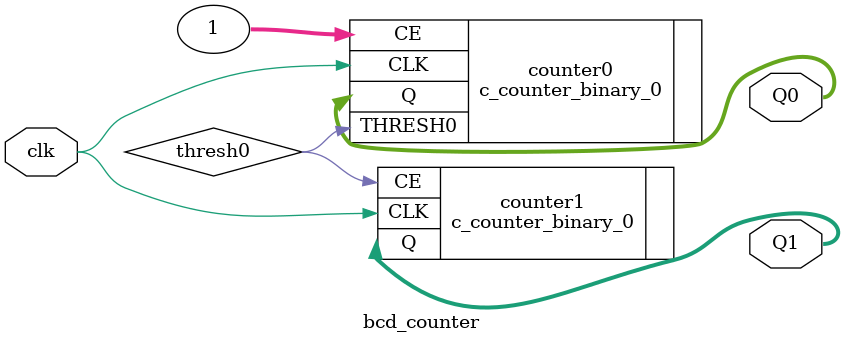
<source format=v>
`timescale 1ns / 1ps


module bcd_counter(
    input clk,
    output [3:0] Q0,
    output [3:0] Q1
    );
	wire thresh0;
	c_counter_binary_0 counter0 (.CLK(clk),.CE(1),.THRESH0(thresh0),.Q(Q0));
	c_counter_binary_0 counter1 (.CLK(clk),.CE(thresh0),.Q(Q1));
endmodule

</source>
